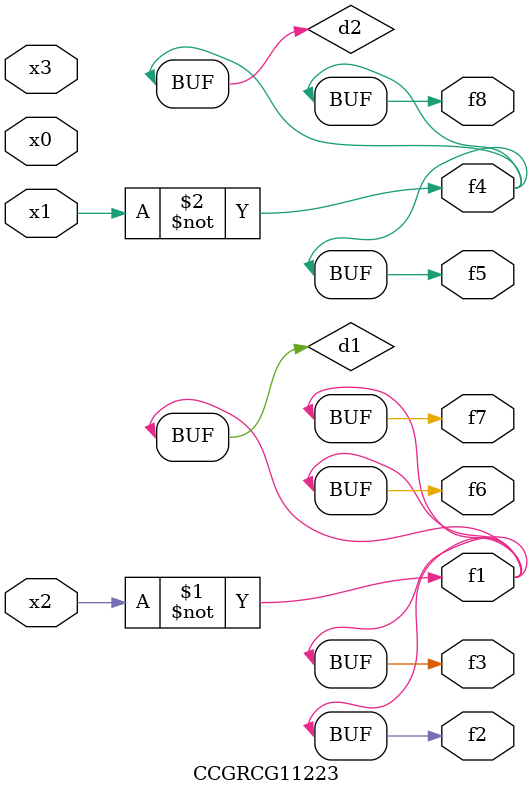
<source format=v>
module CCGRCG11223(
	input x0, x1, x2, x3,
	output f1, f2, f3, f4, f5, f6, f7, f8
);

	wire d1, d2;

	xnor (d1, x2);
	not (d2, x1);
	assign f1 = d1;
	assign f2 = d1;
	assign f3 = d1;
	assign f4 = d2;
	assign f5 = d2;
	assign f6 = d1;
	assign f7 = d1;
	assign f8 = d2;
endmodule

</source>
